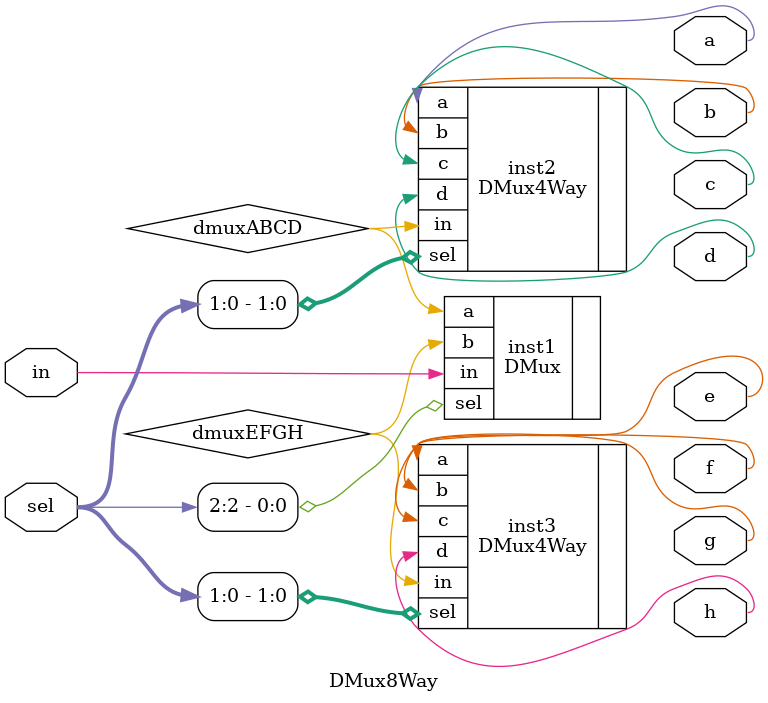
<source format=v>
module DMux8Way (
    input in,
    input [2:0] sel,
    output a, b, c, d, e, f, g, h
);
    wire dmuxABCD, dmuxEFGH;

    DMux     inst1 (.in(in),       .sel(sel[2]), .a(dmuxABCD), .b(dmuxEFGH));
    DMux4Way inst2 (.in(dmuxABCD), .sel(sel[1:0]), .a(a), .b(b), .c(c), .d(d));
    DMux4Way inst3 (.in(dmuxEFGH), .sel(sel[1:0]), .a(e), .b(f), .c(g), .d(h));
endmodule
</source>
